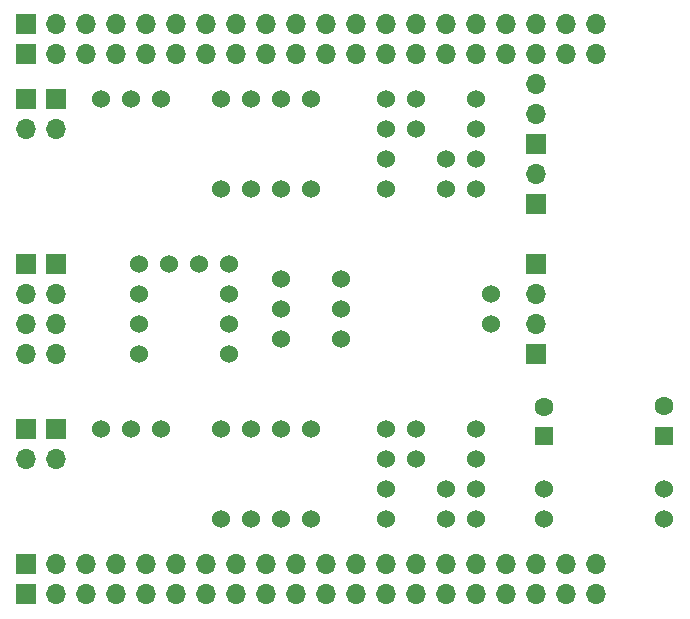
<source format=gbs>
G04 #@! TF.GenerationSoftware,KiCad,Pcbnew,(6.0.0)*
G04 #@! TF.CreationDate,2024-05-18T14:09:02+02:00*
G04 #@! TF.ProjectId,Smart Servo Control Board Rev.1,536d6172-7420-4536-9572-766f20436f6e,rev?*
G04 #@! TF.SameCoordinates,Original*
G04 #@! TF.FileFunction,Soldermask,Bot*
G04 #@! TF.FilePolarity,Negative*
%FSLAX46Y46*%
G04 Gerber Fmt 4.6, Leading zero omitted, Abs format (unit mm)*
G04 Created by KiCad (PCBNEW (6.0.0)) date 2024-05-18 14:09:02*
%MOMM*%
%LPD*%
G01*
G04 APERTURE LIST*
%ADD10R,1.600000X1.600000*%
%ADD11C,1.600000*%
%ADD12C,1.524000*%
%ADD13R,1.700000X1.700000*%
%ADD14O,1.700000X1.700000*%
G04 APERTURE END LIST*
D10*
X80645000Y-60260113D03*
D11*
X80645000Y-57760113D03*
D12*
X66040000Y-48260000D03*
X66040000Y-50800000D03*
X59690000Y-34290000D03*
X59690000Y-31750000D03*
X62230000Y-67310000D03*
X62230000Y-64770000D03*
D13*
X26670000Y-73660000D03*
D14*
X29210000Y-73660000D03*
X31750000Y-73660000D03*
X34290000Y-73660000D03*
X36830000Y-73660000D03*
X39370000Y-73660000D03*
X41910000Y-73660000D03*
X44450000Y-73660000D03*
X46990000Y-73660000D03*
X49530000Y-73660000D03*
X52070000Y-73660000D03*
X54610000Y-73660000D03*
X57150000Y-73660000D03*
X59690000Y-73660000D03*
X62230000Y-73660000D03*
X64770000Y-73660000D03*
X67310000Y-73660000D03*
X69850000Y-73660000D03*
X72390000Y-73660000D03*
X74930000Y-73660000D03*
D12*
X70485000Y-64770000D03*
X70485000Y-67310000D03*
X80645000Y-64770000D03*
X80645000Y-67310000D03*
D13*
X26670000Y-27940000D03*
D14*
X29210000Y-27940000D03*
X31750000Y-27940000D03*
X34290000Y-27940000D03*
X36830000Y-27940000D03*
X39370000Y-27940000D03*
X41910000Y-27940000D03*
X44450000Y-27940000D03*
X46990000Y-27940000D03*
X49530000Y-27940000D03*
X52070000Y-27940000D03*
X54610000Y-27940000D03*
X57150000Y-27940000D03*
X59690000Y-27940000D03*
X62230000Y-27940000D03*
X64770000Y-27940000D03*
X67310000Y-27940000D03*
X69850000Y-27940000D03*
X72390000Y-27940000D03*
X74930000Y-27940000D03*
D13*
X26670000Y-25400000D03*
D14*
X29210000Y-25400000D03*
X31750000Y-25400000D03*
X34290000Y-25400000D03*
X36830000Y-25400000D03*
X39370000Y-25400000D03*
X41910000Y-25400000D03*
X44450000Y-25400000D03*
X46990000Y-25400000D03*
X49530000Y-25400000D03*
X52070000Y-25400000D03*
X54610000Y-25400000D03*
X57150000Y-25400000D03*
X59690000Y-25400000D03*
X62230000Y-25400000D03*
X64770000Y-25400000D03*
X67310000Y-25400000D03*
X69850000Y-25400000D03*
X72390000Y-25400000D03*
X74930000Y-25400000D03*
D13*
X69850000Y-45720000D03*
D14*
X69850000Y-48260000D03*
D12*
X33020000Y-59690000D03*
X38100000Y-59690000D03*
X35560000Y-59690000D03*
D13*
X69850000Y-35545000D03*
D14*
X69850000Y-33005000D03*
X69850000Y-30465000D03*
D13*
X26670000Y-71120000D03*
D14*
X29210000Y-71120000D03*
X31750000Y-71120000D03*
X34290000Y-71120000D03*
X36830000Y-71120000D03*
X39370000Y-71120000D03*
X41910000Y-71120000D03*
X44450000Y-71120000D03*
X46990000Y-71120000D03*
X49530000Y-71120000D03*
X52070000Y-71120000D03*
X54610000Y-71120000D03*
X57150000Y-71120000D03*
X59690000Y-71120000D03*
X62230000Y-71120000D03*
X64770000Y-71120000D03*
X67310000Y-71120000D03*
X69850000Y-71120000D03*
X72390000Y-71120000D03*
X74930000Y-71120000D03*
D10*
X70485000Y-60285000D03*
D11*
X70485000Y-57785000D03*
D12*
X50800000Y-59690000D03*
X48260000Y-59690000D03*
X45720000Y-59690000D03*
X43180000Y-59690000D03*
X43180000Y-67310000D03*
X45720000Y-67310000D03*
X48260000Y-67310000D03*
X50800000Y-67310000D03*
D13*
X69850000Y-40640000D03*
D14*
X69850000Y-38100000D03*
D12*
X59690000Y-62230000D03*
X59690000Y-59690000D03*
D13*
X29210000Y-45720000D03*
D14*
X29210000Y-48260000D03*
X29210000Y-50800000D03*
X29210000Y-53340000D03*
D13*
X29210000Y-59690000D03*
D14*
X29210000Y-62230000D03*
D12*
X33020000Y-31750000D03*
X38100000Y-31750000D03*
X35560000Y-31750000D03*
X62230000Y-39370000D03*
X62230000Y-36830000D03*
X36195000Y-45720000D03*
X36195000Y-48260000D03*
X36195000Y-50800000D03*
X36195000Y-53340000D03*
X43815000Y-53340000D03*
X43815000Y-50800000D03*
X43815000Y-48260000D03*
X43815000Y-45720000D03*
D13*
X26670000Y-45720000D03*
D14*
X26670000Y-48260000D03*
X26670000Y-50800000D03*
X26670000Y-53340000D03*
D13*
X29210000Y-31750000D03*
D14*
X29210000Y-34290000D03*
D13*
X69850000Y-53340000D03*
D14*
X69850000Y-50800000D03*
D13*
X26670000Y-31750000D03*
D14*
X26670000Y-34290000D03*
D12*
X64770000Y-67310000D03*
X64770000Y-64770000D03*
X64770000Y-62230000D03*
X64770000Y-59690000D03*
X57150000Y-59690000D03*
X57150000Y-62230000D03*
X57150000Y-64770000D03*
X57150000Y-67310000D03*
X50800000Y-31750000D03*
X48260000Y-31750000D03*
X45720000Y-31750000D03*
X43180000Y-31750000D03*
X43180000Y-39370000D03*
X45720000Y-39370000D03*
X48260000Y-39370000D03*
X50800000Y-39370000D03*
X48260000Y-46990000D03*
X48260000Y-52070000D03*
X48260000Y-49530000D03*
X53340000Y-52070000D03*
X53340000Y-46990000D03*
X53340000Y-49530000D03*
X64770000Y-39370000D03*
X64770000Y-36830000D03*
X64770000Y-34290000D03*
X64770000Y-31750000D03*
X57150000Y-31750000D03*
X57150000Y-34290000D03*
X57150000Y-36830000D03*
X57150000Y-39370000D03*
D13*
X26670000Y-59690000D03*
D14*
X26670000Y-62230000D03*
D12*
X38735000Y-45720000D03*
X41275000Y-45720000D03*
M02*

</source>
